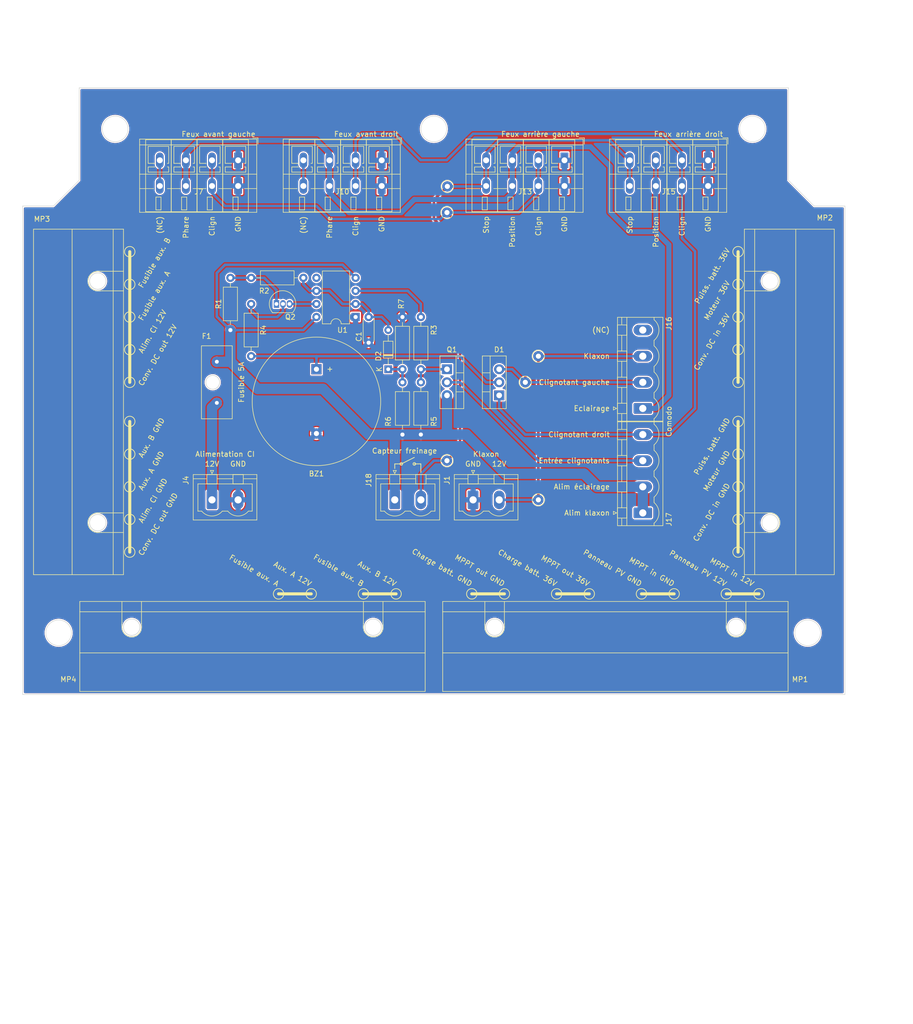
<source format=kicad_pcb>
(kicad_pcb (version 20211014) (generator pcbnew)

  (general
    (thickness 1.6)
  )

  (paper "A4")
  (layers
    (0 "F.Cu" signal)
    (31 "B.Cu" signal)
    (32 "B.Adhes" user "B.Adhesive")
    (33 "F.Adhes" user "F.Adhesive")
    (34 "B.Paste" user)
    (35 "F.Paste" user)
    (36 "B.SilkS" user "B.Silkscreen")
    (37 "F.SilkS" user "F.Silkscreen")
    (38 "B.Mask" user)
    (39 "F.Mask" user)
    (40 "Dwgs.User" user "User.Drawings")
    (41 "Cmts.User" user "User.Comments")
    (42 "Eco1.User" user "User.Eco1")
    (43 "Eco2.User" user "User.Eco2")
    (44 "Edge.Cuts" user)
    (45 "Margin" user)
    (46 "B.CrtYd" user "B.Courtyard")
    (47 "F.CrtYd" user "F.Courtyard")
    (48 "B.Fab" user)
    (49 "F.Fab" user)
    (50 "User.1" user)
    (51 "User.2" user)
    (52 "User.3" user)
    (53 "User.4" user)
    (54 "User.5" user)
    (55 "User.6" user)
    (56 "User.7" user)
    (57 "User.8" user)
    (58 "User.9" user)
  )

  (setup
    (stackup
      (layer "F.SilkS" (type "Top Silk Screen"))
      (layer "F.Paste" (type "Top Solder Paste"))
      (layer "F.Mask" (type "Top Solder Mask") (thickness 0.01))
      (layer "F.Cu" (type "copper") (thickness 0.035))
      (layer "dielectric 1" (type "core") (thickness 1.51) (material "FR4") (epsilon_r 4.5) (loss_tangent 0.02))
      (layer "B.Cu" (type "copper") (thickness 0.035))
      (layer "B.Mask" (type "Bottom Solder Mask") (thickness 0.01))
      (layer "B.Paste" (type "Bottom Solder Paste"))
      (layer "B.SilkS" (type "Bottom Silk Screen"))
      (copper_finish "None")
      (dielectric_constraints no)
    )
    (pad_to_mask_clearance 0)
    (pcbplotparams
      (layerselection 0x00010e0_ffffffff)
      (disableapertmacros false)
      (usegerberextensions false)
      (usegerberattributes true)
      (usegerberadvancedattributes true)
      (creategerberjobfile true)
      (svguseinch false)
      (svgprecision 6)
      (excludeedgelayer true)
      (plotframeref false)
      (viasonmask false)
      (mode 1)
      (useauxorigin false)
      (hpglpennumber 1)
      (hpglpenspeed 20)
      (hpglpendiameter 15.000000)
      (dxfpolygonmode true)
      (dxfimperialunits true)
      (dxfusepcbnewfont true)
      (psnegative false)
      (psa4output false)
      (plotreference true)
      (plotvalue true)
      (plotinvisibletext false)
      (sketchpadsonfab false)
      (subtractmaskfromsilk false)
      (outputformat 1)
      (mirror false)
      (drillshape 0)
      (scaleselection 1)
      (outputdirectory "")
    )
  )

  (net 0 "")
  (net 1 "GND")
  (net 2 "Net-(F1-Pad2)")
  (net 3 "Net-(D1-Pad1)")
  (net 4 "unconnected-(J7-Pad4)")
  (net 5 "unconnected-(J10-Pad4)")
  (net 6 "/Phares")
  (net 7 "Net-(J13-Pad4)")
  (net 8 "Net-(J1-Pad2)")
  (net 9 "/Flasher/Out")
  (net 10 "unconnected-(J17-Pad4)")
  (net 11 "/12V_5A")
  (net 12 "Net-(Q1-Pad1)")
  (net 13 "Net-(C1-Pad1)")
  (net 14 "Net-(D1-Pad3)")
  (net 15 "Net-(Q2-Pad1)")
  (net 16 "unconnected-(U1-Pad5)")
  (net 17 "Net-(Q2-Pad2)")
  (net 18 "/Flasher/Enable")
  (net 19 "Net-(Q2-Pad3)")
  (net 20 "Net-(R3-Pad1)")
  (net 21 "Net-(D2-Pad1)")

  (footprint "circuit:Wago_221-500_SplicingConnectorHolder" (layer "F.Cu") (at 94.615 85.09 90))

  (footprint "circuit:Buzzer_25x16_12.5" (layer "F.Cu") (at 137.16 78.74 -90))

  (footprint "circuit:Strap_D2.0mm_Drill1.0mm" (layer "F.Cu") (at 162.56 48.26))

  (footprint "circuit:Wago_221-500_SplicingConnectorHolder" (layer "F.Cu") (at 124.714 128.905 180))

  (footprint "circuit:Littelfuse_FuseHolder_FL1_178.6764.0001" (layer "F.Cu") (at 117.78 81.28 -90))

  (footprint "circuit:Generic_HeaderSocket_1x02_P5.08mm_Vertical_Open" (layer "F.Cu") (at 116.84 104.14))

  (footprint "Resistor_THT:R_Axial_DIN0207_L6.3mm_D2.5mm_P10.16mm_Horizontal" (layer "F.Cu") (at 157.48 68.58 -90))

  (footprint "circuit:TerminalBlock_WAGO_236-404_1x04_P5.08mm_45Degree" (layer "F.Cu") (at 185.42 38.1 180))

  (footprint "Package_DIP:DIP-8_W7.62mm" (layer "F.Cu") (at 144.78 68.58 180))

  (footprint "circuit:Strap_D2.0mm_Drill1.0mm" (layer "F.Cu") (at 177.8 81.28))

  (footprint "circuit:Strap_D2.0mm_Drill1.0mm" (layer "F.Cu") (at 180.34 104.14))

  (footprint "circuit:TerminalBlock_WAGO_236-404_1x04_P5.08mm_45Degree" (layer "F.Cu") (at 213.36 38.1 180))

  (footprint "Package_TO_SOT_THT:TO-220-3_Vertical" (layer "F.Cu") (at 172.72 83.82 90))

  (footprint "Package_TO_SOT_THT:TO-92L_Inline" (layer "F.Cu") (at 129.38 66.04))

  (footprint "circuit:TerminalBlock_WAGO_236-404_1x04_P5.08mm_45Degree" (layer "F.Cu") (at 121.92 38.1 180))

  (footprint "Resistor_THT:R_Axial_DIN0207_L6.3mm_D2.5mm_P10.16mm_Horizontal" (layer "F.Cu") (at 153.9 78.74 90))

  (footprint "circuit:Generic_HeaderSocket_1x04_P5.08mm_Vertical_Open" (layer "F.Cu") (at 200.66 106.68 90))

  (footprint "Resistor_THT:R_Axial_DIN0207_L6.3mm_D2.5mm_P10.16mm_Horizontal" (layer "F.Cu") (at 157.48 91.44 90))

  (footprint "circuit:Wago_221-500_SplicingConnectorHolder" (layer "F.Cu") (at 225.425 85.09 -90))

  (footprint "Resistor_THT:R_Axial_DIN0207_L6.3mm_D2.5mm_P10.16mm_Horizontal" (layer "F.Cu") (at 124.46 66.04 -90))

  (footprint "Resistor_THT:R_Axial_DIN0207_L6.3mm_D2.5mm_P10.16mm_Horizontal" (layer "F.Cu") (at 153.9 91.45 90))

  (footprint "circuit:Strap_D2.0mm_Drill1.0mm" (layer "F.Cu") (at 162.56 96.52))

  (footprint "Resistor_THT:R_Axial_DIN0207_L6.3mm_D2.5mm_P10.16mm_Horizontal" (layer "F.Cu") (at 120.42 71.12 90))

  (footprint "Resistor_THT:R_Axial_DIN0207_L6.3mm_D2.5mm_P10.16mm_Horizontal" (layer "F.Cu") (at 124.46 60.96))

  (footprint "circuit:Strap_D2.0mm_Drill1.0mm" (layer "F.Cu") (at 180.34 76.2))

  (footprint "Capacitor_THT:C_Disc_D4.3mm_W1.9mm_P5.00mm" (layer "F.Cu") (at 147.32 68.58 -90))

  (footprint "circuit:Strap_D2.0mm_Drill1.0mm" (layer "F.Cu") (at 162.63 43.18))

  (footprint "circuit:Generic_HeaderSocket_1x02_P5.08mm_Vertical_Open" (layer "F.Cu") (at 167.64 104.14))

  (footprint "circuit:Wago_221-500_SplicingConnectorHolder" (layer "F.Cu") (at 195.326 128.905 180))

  (footprint "circuit:Generic_HeaderSocket_1x02_P5.08mm_Vertical_Open" (layer "F.Cu") (at 152.4 104.14))

  (footprint "circuit:Generic_HeaderSocket_1x04_P5.08mm_Vertical_Open" (layer "F.Cu") (at 200.66 86.36 90))

  (footprint "Package_TO_SOT_THT:TO-220-3_Vertical" (layer "F.Cu") (at 162.56 78.74 -90))

  (footprint "circuit:TerminalBlock_WAGO_236-404_1x04_P5.08mm_45Degree" (layer "F.Cu")
    (tedit 5F817310) (tstamp f7987ee0-495d-4c59-8d8f-5b31643e28f6)
    (at 149.86 38.1 180)
    (descr "Terminal Block WAGO 236-404, 45Degree (cable under 45degree), 4 pins, pitch 5.08mm, size 22.3x14mm^2, drill diamater 1.15mm, pad diameter 3mm")
    (tags "THT Terminal Block WAGO 236-404 45Degree pitch 5.08mm size 22.3x14mm^2 drill 1.15mm pad 3mm")
    (property "Sheetfile" "circuit.kicad_sch")
    (property "Sheetname" "")
    (path "/0ebef20d-9c88-4054-8455-9594720098e3")
    (attr through_hole)
    (fp_text reference "J10" (at 7.65 -6.12 180) (layer "F.SilkS")
      (effects (font (size 1 1) (thickness 0.15)))
      (tstamp eab88c0f-3092-4bb8-b300-c392d9561204)
    )
    (fp_text value "Conn_Feux_AvD" (at 7.65 10.12 180) (layer "F.Fab")
      (effects (font (size 1 1) (thickness 0.15)))
      (tstamp cfede68f-af4d-4f85-a98b-6e3017717d84)
    )
    (fp_text user "${REFERENCE}" (at 7.65 1 180) (layer "F.Fab")
      (effects (font (size 1 1) (thickness 0.15)))
      (tstamp 280db06e-ef67-4322-ac90-0a3f04925e35)
    )
    (fp_line (start 5 -7.151) (end 6 -7.151) (layer "F.SilkS") (width 0.12) (tstamp 01ae8cd7-bb33-42fd-8e1e-e3cf83506541))
    (fp_line (start 17.5 -2.3) (end 17.5 -1.3) (layer "F.SilkS") (width 0.12) (tstamp 04c96d00-abb0-4d0b-8a23-926c067ceee8))
    (fp_line (start 8.5 -0.6) (end 8.77 -0.6) (layer "F.SilkS") (width 0.12) (tstamp 051e4f73-34a6-44a8-8238-03af380ab7f0))
    (fp_line (start 5 -9.65) (end 5 -7.151) (layer "F.SilkS") (width 0.12) (tstamp 07259ee8-c66d-4289-8d5e-dd8e52761e0c))
    (fp_line (start 13.5 -0.6) (end 13.77 -0.6) (layer "F.SilkS") (width 0.12) (tstamp 0bda3625-c5cd-49c2-ae54-a96e15ff0541))
    (fp_line (start 13.5 -0.6) (end 13.5 2.7) (layer "F.SilkS") (width 0.12) (tstamp 0ca98ad9-b61f-4943-9c00-1659ef8509b9))
    (fp_line (start -3.62 4.12) (end 19.16 4.12) (layer "F.SilkS") (width 0.12) (tstamp 0cd827c1-78db-4b7f-9cfc-f62183e3b28b))
    (fp_line (start 6.23 -5.5) (end 8.77 -5.5) (layer "F.SilkS") (width 0.12) (tstamp 11f626e8-5a3e-4606-8984-c1ac8831d9e5))
    (fp_line (start 12.5 -0.6) (end 12.5 2.7) (layer "F.SilkS") (width 0.12) (tstamp 16a26152-493f-4a3f-a6a8-d52a014eca4c))
    (fp_line (start 12.5 -2.3) (end 12.5 -1.3) (layer "F.SilkS") (width 0.12) (tstamp 1bc46293-0bd1-4ffc-a0db-1f4c76a48fc2))
    (fp_line (start 3.5 -2.3) (end 7.5 -2.3) (layer "F.SilkS") (width 0.12) (tstamp 1d8642d3-f665-4212-8e2e-70dea85f0b19))
    (fp_line (start 3.5 -1.3) (end 3.77 -1.3) (layer "F.SilkS") (width 0.12) (tstamp 20174507-48e9-4310-87c3-8f838d6cd161))
    (fp_line (start 8 -10) (end 8 4) (layer "F.SilkS") (width 0.12) (tstamp 2479ea1d-0555-4909-b46b-ad76a52fb5b6))
    (fp_line (start 13 4) (end 18 4) (layer "F.SilkS") (width 0.12) (tstamp 28177dbb-3cc7-47d7-8b33-868fd07e3806))
    (fp_line (start 13.5 -1.3) (end 13.77 -1.3) (layer "F.SilkS") (width 0.12) (tstamp 29d3da0d-1e59-46d7-a3b7-53252cf3f660))
    (fp_line (start 3.5 -0.6) (end 3.77 -0.6) (layer "F.SilkS") (width 0.12) (tstamp 2b405e2a-4d25-493c-8f13-fdb1c4f8d71b))
    (fp_line (start 0 -9.65) (end 1 -9.65) (layer "F.SilkS") (width 0.12) (tstamp 2cb00b89-f941-4587-924c-0816f356195d))
    (fp_line (start 8.5 -0.6) (end 8.5 2.7) (layer "F.SilkS") (width 0.12) (tstamp 2e80a4af-96ec-4a1b-b202-426ebfd2dd29))
    (fp_line (start 1.23 -5.5) (end 3.77 -5.5) (layer "F.SilkS") (width 0.12) (tstamp 2f0fa0ac-1520-4995-bd5c-8b545ffab31d))
    (fp_line (start 0 -7.151) (end 1 -7.151) (layer "F.SilkS") (width 0.12) (tstamp 31328ec6-2794-4a8f-9670-ed972c4b8d68))
    (fp_line (start 3 -10) (end 3 4) (layer "F.SilkS") (width 0.12) (tstamp 31bfd3a8-3549-4f22-95fd-144330b7a878))
    (fp_line (start 3.5 2.7) (end 7.5 2.7) (layer "F.SilkS") (width 0.12) (tstamp 39546b83-aa85-4753-96cd-96bb31ea64b8))
    (fp_line (start 3 -10) (end 3 4) (layer "F.SilkS") (width 0.12) (tstamp 3be55208-b85d-4766-8a30-a5da881c3ce3))
    (fp_line (start 2.5 -2.3) (end 2.5 -1.3) (layer "F.SilkS") (width 0.12) (tstamp 4281615c-d1e0-47f6-9bc9-57a54013ceb1))
    (fp_line (start -3.62 -2.7) (end 19.16 -2.7) (layer "F.SilkS") (width 0.12) (tstamp 4350a5fd-c4ea-4034-b4be-19af5f763678))
    (fp_line (start 15 -9.65) (end 15 -7.151) (layer "F.SilkS") (width 0.12) (tstamp 48cc9665-235a-4897-bff1-de39adc57de5))
    (fp_line (start 10 -9.65) (end 10 -7.151) (layer "F.SilkS") (width 0.12) (tstamp 4e4d6107-ecf8-4caf-8f51-7d0d1f06cfe6))
    (fp_line (start 1.23 -1.3) (end 2.5 -1.3) (layer "F.SilkS") (width 0.12) (tstamp 4ea94906-79a3-4abd-8d69-4103e0fc0a03))
    (fp_line (start -1.5 -0.6) (end -1.23 -0.6) (layer "F.SilkS") (width 0.12) (tstamp 51c31e9c-758b-44bd-a7bf-bfc098e4d773))
    (fp_line (start 2.5 -0.6) (end 2.5 2.7) (layer "F.SilkS") (width 0.12) (tstamp 51dd4f6b-99d5-4954-875c-77ab830687a6))
    (fp_line (start 8 -10) (end 8 4) (layer "F.SilkS") (width 0.12) (tstamp 5901b052-91b6-4765-b595-9a0d93347ca9))
    (fp_line (start 16.23 -0.6) (end 17.5 -0.6) (layer "F.SilkS") (width 0.12) (tstamp 5be18daa-ed1b-48f2-ae42-e1fd8a8b1d7b))
    (fp_line (start 13.5 2.7) (end 17.5 2.7) (layer "F.SilkS") (width 0.12) (tstamp 5c656f62-1558-4df3-83bd-b7d4197162de))
    (fp_line (start 8.5 2.7) (end 12.5 2.7) (layer "F.SilkS") (width 0.12) (tstamp 5fe504d3-13d3-400d-8b78-8c4a7b9402e0))
    (fp_line (start 10 -9.65) (end 11 -9.65) (layer "F.SilkS") (width 0.12) (tstamp 607e2095-1a80-42f6-a5c9-100fd44c29ee))
    (fp_line (start 7.5 -2.3) (end 7.5 -1.3) (layer "F.SilkS") (width 0.12) (tstamp 68ca29b8-e47f-4b34-8d1d-869da8fc7e66))
    (fp_line (start 8.5 -2.3) (end 8.5 -1.3) (layer "F.SilkS") (width 0.12) (tstamp 6a26f12c-bd37-4dc9-b34b-b71032978869))
    (fp_line (start 8.5 -1.3) (end 8.77 -1.3) (layer "F.SilkS") (width 0.12) (tstamp 6b2eb72d-6ce8-4153-9c9b-d723b6042845))
    (fp_line (start 1 -9.65) (end 1 -7.151) (layer "F.SilkS") (width 0.12) (tstamp 6ba71570-20db-4e3e-ba86-7118f1092a02))
    (fp_line (start 13 -10) (end 18 -10) (layer "F.SilkS") (width 0.12) (tstamp 6ed9b620-8977-4e46-a164-ec7c88a3cd7d))
    (fp_line (start 17.5 -0.6) (end 17.5 2.7) (layer "F.SilkS") (width 0.12) (tstamp 7dc2ecdb-05a4-4323-b4de-2e1102050a26))
    (fp_line (start 11.23 -0.6) (end 12.5 -0.6) (layer "F.SilkS") (width 0.12) (tstamp 7e80f1fc-d08b-40e4-8504-8749ac8ecf93))
    (fp_line (start 3 -10) (end 8 -10) (layer "F.SilkS") (width 0.12) (tstamp 81f28bec-179a-46a5-8fe6-4ae20213e2a8))
    (fp_line (start 8 4) (end 13 4) (layer "F.SilkS") (width 0.12) (tstamp 82ef851d-f9ec-4b52-b543-9e03ccdbc676))
    (fp_line (start -3.86 4.36) (end -2.86 4.36) (layer "F.SilkS") (width 0.12) (tstamp 8465467d-7f0a-4b46-93ea-b5842b82c50f))
    (fp_line (start 8 -10) (end 13 -10) (layer "F.SilkS") (width 0.12) (tstamp 87dea0b0-3ae2-42df-b6ba-d1d6231945a7))
    (fp_line (start -1.5 2.7) (end 2.5 2.7) (layer "F.SilkS") (width 0.12) (tstamp 8c333591-a03c-4ece-a791-c2681927dfec))
    (fp_line (start -3.62 -10.12) (end 19.16 -10.12) (layer "F.SilkS") (width 0.12) (tstamp 8e67e1e4-de58-4209-b8a4-30bfbb861708))
    (fp_line (start 13.5 -2.3) (end 17.5 -2.3) (layer "F.SilkS") (width 0.12) (tstamp 8f2c5da8-28ed-46ba-a559-8bcd4baa2a0b))
    (fp_line (start -3.62 -5.5) (end -1.23 -5.5) (layer "F.SilkS") (width 0.12) (tstamp 9352f526-d9e2-4be3-9803-298d4643bf76))
    (fp_line (start 3.5 -0.6) (end 3.5 2.7) (layer "F.SilkS") (width 0.12) (tstamp 97768115-2189-4b0d-b536-eb96dc1372b8))
    (fp_line (start 6.23 -1.3) (end 7.5 -1.3) (layer "F.SilkS") (width 0.12) (tstamp 996e0005-4693-40d9-8b5d-5bc4d63822b7))
    (fp_line (start 5 -9.65) (end 6 -9.65) (layer "F.SilkS") (width 0.12) (tstamp 9c534318-adad-424c-883d-c39aae6479d2))
    (fp_line (start -3.62 3) (end 19.16 3) (layer "F.SilkS") (width 0.12) (tstamp 9d62d5ba-f174-441a-b5fc-55bcfe76a249))
    (fp_line (start 10 -7.151) (end 11 -7.151) (layer "F.SilkS") (width 0.12) (tstamp a2bdeaba-78fe-4f1e-95f6-901c69b22485))
    (fp_line (start -1.5 -1.3) (end -1.23 -1.3) (layer "F.SilkS") (width 0.12) (tstamp a2c928b9-ae26-488b-b851-fed25788f7ce))
    (fp_line (start 19.16 -10.12) (end 19.16 4.12) (layer "F.SilkS") (width 0.12) (tstamp a362de62-10b9-4478-bea8-1136bd423933))
    (fp_line (start 16 -9.65) (end 16 -7.151) (layer "F.SilkS") (width 0.12) (tstamp a55e83fe-5cc7-431c-9522-50d662310200))
    (fp_line (start 16.23 -1.3) (end 17.5 -1.3) (layer "F.SilkS") (width 0.12) (tstamp a656bc25-b395-4e5d-ac93-f795cef0dcdd))
    (fp_line (start 11.23 -5.5) (end 13.77 -5.5) (layer "F.SilkS") (width 0.12) (tstamp ac0a41f6-3ebd-4f98-85e5-68a8e6b68e03))
    (fp_line (start 7.5 -0.6) (end 7.5 2.7) (layer "F.SilkS") (width 0.12) (tstamp b7462b7f-72e3-43bf-908e-3aeb8329dec3))
    (fp_line (start 18 -10) (end 18 4) (layer "F.SilkS") (width 0.12) (tstamp b97991ea-84e1-4484-9b7e-a7600d76d749))
    (fp_line (start 15 -7.151) (end 16 -7.151) (layer "F.SilkS") (width 0.12) (tstamp ba13099f-4700-4f63-bfde-99189014fcd3))
    (fp_line (start 13 -10) (end 13 4) (layer "F.SilkS") (width 0.12) (tstamp ba5307db-766d-4f7e-a189-e200d332da17))
    (fp_line (start 3 4) (end 8 4) (layer "F.SilkS") (width 0.12) (tstamp bc6b5097-c53a-4980-98f8-3c8e804ea099))
    (fp_line (start -3.62 -10.12) (end -3.62 4.12) (layer "F.SilkS") (width 0.12) (tstamp c15ff1e3-b3b0-413c-adca-202acf922116))
    (fp_line (start 11 -9.65) (end 11 -7.151) (layer "F.SilkS") (width 0.12) (tstamp c4d41cd2-afc3-49f9-91d9-d954de41a184))
    (fp_line (start -1.5 -2.3) (end 2.5 -2.3) (layer "F.SilkS") (width 0.12) (tstamp c6b1d9e7-da71-4877-a263-8177ef431b25))
    (fp_line (start -1.5 -0.6) (end -1.5 2.7) (layer "F.SilkS") (width 0.12) (tstamp c9b3c642-b4a2-4023-93a8-31f8978cb64b))
    (fp_line (start -2 4) (end 3 4) (layer "F.SilkS") (width 0.12) (tstamp caf5e6d9-b6ec-4326-9e53-792c8cc16f76))
    (fp_line (start -1.5 -2.3) (end -1.5 -1.3) (layer "F.SilkS") (width 0.12) (tstamp ce557d60-6dc3-4dfd-bbab-db56f62b0b9c))
    (fp_line (start -3.86 3.12) (end -3.86 4.36) (layer "F.SilkS") (width 0.12) (tstamp d12d8abd-d81d-49a0-9b59-353609bfa6ed))
    (fp_line (start 15 -9.65) (end 16 -9.65) (layer "F.SilkS") (width 0.12) (tstamp d4775a26-441e-43ca-9885-60077b9fd0a3))
    (fp_line (start 6 -9.65) (end 6 -7.151) (layer "F.SilkS") (width 0.12) (tstamp ddd8a769-df49-45a9-a6ab-fc7a86e4d63b))
    (fp_line (start 8.5 -2.3) (end 12.5 -2.3) (layer "F.SilkS") (width 0.12) (tstamp e473c12e-a9a0-4200-bfb2-7982333bd005))
    (fp_line (start 1.23 -0.6) (end 2.5 -0.6) (layer "F.SilkS") (width 0.12) (tstamp e4f5b3b3-4c21-401d-a2ed-76b459478e44))
    (fp_line (start 16.45 -5.5) (end 19.14 -5.5) (layer "F.SilkS") (width 0.12) (tstamp e83f6767-bf75-4fcc-8af5-fd41c7793190))
    (fp_line (start 6.23 -0.6) (end 7.5 -0.6) (layer "F.SilkS") (width 0.12) (tstamp e97ced5d-d53b-4d33-a496-3781f92325aa))
    (fp_line (start 13.5 -2.3) (end 13.5 -1.3) (layer "F.SilkS") (width 0.12) (tstamp e9b3e691-9580-42a5-aa87-53c8b0a6d99e))
    (fp_line (start -2 -10) (end 3 -10) (layer "F.SilkS") (width 0.12) (tstamp f2185297-1757-40b3-b1f9-1dc568a6a377))
    (fp_line (start 13 -10) (end 13 4) (layer "F.SilkS") (width 0.12) (tstamp f268212b-c549-4650-be96-ac152f52b1df))
    (fp_line (start 3.5 -2.3) (end 3.5 -1.3) (layer "F.SilkS") (width 0.12) (tstamp f386d649-cb57-4b72-bdf2-5d03af5a72ca))
    (fp_line (start 0 -9.65) (end 0 -7.151) (layer "F.SilkS") (width 0.12) (tstamp fb1f4ec8-76af-423f-92fe-61a6d091a8de))
    (fp_line (start -2 -10) (end -2 4) (layer "F.SilkS") (width 0.12) (tstamp fcaf0cd5-0828-4c2f-a4bb-afd96d730fb2))
    (fp_line (start 11.23 -1.3) (end 12.5 -1.3) (layer "F.SilkS") (width 0.12) (tstamp ff4cd747-7973-474e-886c-f10a824fb66f))
    (fp_line (start 19.54 4.5) (end 19.54 -10.5) (layer "F.CrtYd") (width 0.05) (tstamp 4ce5f650-6fd1-4bd2-80fc-193e6a6cc30e))
    (fp_line (start -4 -10.5) (end -4 4.5) (layer "F.CrtYd") (width 0.05) (tstamp 76ba5b2b-0dee-4aec-97c1-1f3b87626354))
    (fp_line (start -4 4.5) (end 19.54 4.5) (layer "F.CrtYd") (width 0.05) (tstamp a71356bf-2875-4d4d-a5e8-0f5cc9a70ac4))
    (fp_line (start 19.54 -10.5) (end -4 -10.5) (layer "F.CrtYd") (width 0.05) (tstamp fd2af6b3-9017-43df-8a13-e54958dc55af))
    (fp_line (start 12.5 -0.6) (end 8.5 -0.6) (layer "F.Fab") (width 0.1) (tstamp 096f9dba-be86-4cc4-bca9-6f1708c42f9b))
    (fp_line (start 7.5 -2.3) (end 3.5 -2.3) (layer "F.Fab") (width 0.1) (tstamp 0b693d42-c574-437c-9207-54cc3cd0c94b))
    (fp_line (start 3 -10) (end -2 -10) (layer "F.Fab") (width 0.1) (tstamp 0ee38a9b-a1ea-4f80-bf1c-d154acea6c1b))
    (fp_line (start 3.5 -0.6) (end 3.5 2.7) (layer "F.Fab") (width 0.1) (tstamp 124c38b3-1756-4486-9809-eb42e58f0775))
    (fp_line (start 8.5 -2.3) (end 8.5 -1.3) (layer "F.Fab") (width 0.1) (tstamp 14862244-59b4-4a95-9d98-a600679ef4a3))
    (fp_line (start 2.5 -2.3) (end -1.5 -2.3) (layer "F.Fab") (width 0.1) (tstamp 1554abf8-ac39-46b3-b47b-919a9b3134c0))
    (fp_line (start 8 4) (end 13 4) (layer "F.Fab") (width 0.1) (tstamp 178701cf-179a-4265-a5b4-4747683513d2))
    (fp_line (start 7.5 -0.6) (end 3.5 -0.6) (layer "F.Fab") (width 0.1) (tstamp 17d783e3-6b83-4c76-8be4-b3c966767347))
    (fp_line (start 19.04 4) (end -2.5 4) (layer "F.Fab") (width 0.1) (tstamp 1958bd03-3664-4ba0-8944-4fe5387308b5))
    (fp_line (start 15 -7.15) (end 16 -7.15) (layer "F.Fab") (width 0.1) (tstamp 25399b39-d6a6-48b7-b4c1-0c18c0acb1e6))
    (fp_line (start 2.5 -1.3) (end 2.5 -2.3) (layer "F.Fab") (width 0.1) (tstamp 2d6c957b-7bb9-44d6-813d-25a5a747bfa2))
    (fp_line (start 18 4) (end 18 -10) (layer "F.Fab") (width 0.1) (tstamp 2f56718a-fd38-46f6-8d47-5acf5ecaff01))
    (fp_line (start 12.5 -2.3) (end 8.5 -2.3) (layer "F.Fab") (width 0.1) (tstamp 2ff8526b-dd30-472d-b0be-2b73006fa3ba))
    (fp_line (start 11 -9.65) (end 10 -9.65) (layer "F.Fab") (width 0.1) (tstamp 301e35f8-ef32-4a3e-877e-6e0e5cea1d0d))
    (fp_line (start -3.5 -5.5) (end 19.04 -5.5) (layer "F.Fab") (width 0.1) (tstamp 3438eab6-3ce3-4d9c-a9dc-bc992d8eb895))
    (fp_line (start 10 -7.15) (end 11 -7.15) (layer "F.Fab") (width 0.1) (tstamp 35487bab-2612-48e7-8ae2-0fc7e3ff5dec))
    (fp_line (start 3 4) (end 3 -10) (layer "F.Fab") (width 0.1) (tstamp 385b2360-07af-48e7-b81f-fa28ea7280b3))
    (fp_line (start 13.5 -1.3) (end 17.5 -1.3) (layer "F.Fab") (width 0.1) (tstamp 390c320f-10a5-4d87-b496-37fd2b9e38a9))
    (fp_line (start 0 -7.15) (end 1 -7.15) (layer "F.Fab") (width 0.1) (tstamp 430b3a6a-298f-4c15-832f-29c4cfd5c35a))
    (fp_line (start 10 -9.65) (end 10 -7.15) (layer "F.Fab") (width 0.1) (tstamp 458049db-79b0-4751-a85c-def2fe3806b6))
    (fp_line (start 15 -9.65) (end 15 -7.15) (layer "F.Fab") (width 0.1) (tstamp 465b28df-ddaa-4929-8a82-b6abe9ff7feb))
    (fp_line (start 17.5 -2.3) (end 13.5 -2.3) (layer "F.Fab") (width 0.1) (tstamp 537fd486-6ef0-4bcd-81c3-c4cd5d7909cc))
    (fp_line (start 8.5 2.7) (end 12.5 2.7) (layer "F.Fab") (width 0.1) (tstamp 53d9e3a6-baad-4730-987c-9873babce75b))
    (fp_line (start 11 -7.15) (end 11 -9.65) (layer "F.Fab") (width 0.1) (tstamp 543840e2-8f18-4629-987c-7d167dd28af3))
    (fp_line (start 3.5 -1.3) (end 7.5 -1.3) (layer "F.Fab") (width 0.1) (tstamp 5aa6fa3f-3383-40ae-a301-0936aeeeb36f))
    (fp_line (start 8 4) (end 8 -10) (layer "F.Fab") (width 0.1) (tstamp 5f56ae6c-9eba-4850-8b9a-9573bb49b4e0))
    (fp_line (start 17.5 -0.6) (end 13.5 -0.6) (layer "F.Fab") (width 0.1) (tstamp 69c4bd84-350e-4dc5-b1c8-74de7612c516))
    (fp_line (start 8 -10) (end 3 -10) (layer "F.Fab") (width 0.1) (tstamp 69c8c1fd-88e4-4a36-9f67-d6db8e7dd526))
    (fp_line (start -3.5 3) (end -3.5 -10) (layer "F.Fab") (width 0.1) (tstamp 6e1e18fe-df96-48a7-9c9d-fb113544e814))
    (fp_line (start 8.5 -1.3) (end 12.5 -1.3) (layer "F.Fab") (width 0.1) (tstamp 6e833f6c-c09d-4a59-a835-389c431f10a7))
    (fp_line (start 16 -9.65) (end 15 -9.65) (layer "F.Fab") (width 0.1) (tstamp 72329223-6025-414e-b7d7-9dbfb805012f))
    (fp_line (start 6 -9.65) (end 5 -9.65) (layer "F.Fab") (width 0.1) (tstamp 7272a74d-2653-4dc3-a785-28cf3e2914f9))
    (fp_line (start -3.5 -2.7) (end 19.04 -2.7) (layer "F.Fab") (width 0.1) (tstamp 76a859d5-58e9-43d1-9a7d-a9ae66d7bbcb))
    (fp_line (start 13 -10) (end 8 -10) (layer "F.Fab") (width 0.1) (tstamp 79472d7a-9df4-4757-b821-884edb12ccec))
    (fp_line (start -1.5 2.7) (end 2.5 2.7) (layer "F.Fab") (width 0.1) (tstamp 85e91c4c-935d-4c09-b2e8-34e70474ed2c))
    (fp_line (start -2 -10) (end -2 4) (layer "F.Fab") (width 0.1) (tstamp 8783ee77-1f61-448d-be22-39667512ceef))
    (fp_line (start 3 -10) (end 3 4) (layer "F.Fab") (width 0.1) (tstamp 8a4777ad-94ab-4c17-8fa9-383232bddd4a))
    (fp_line (start 1 -7.15) (end 1 -9.65) (layer "F.Fab") (width 0.1) (tstamp 90632bc2-f44a-41e4-b4e4-9a24041287b0))
    (fp_line (start 13 4
... [761742 chars truncated]
</source>
